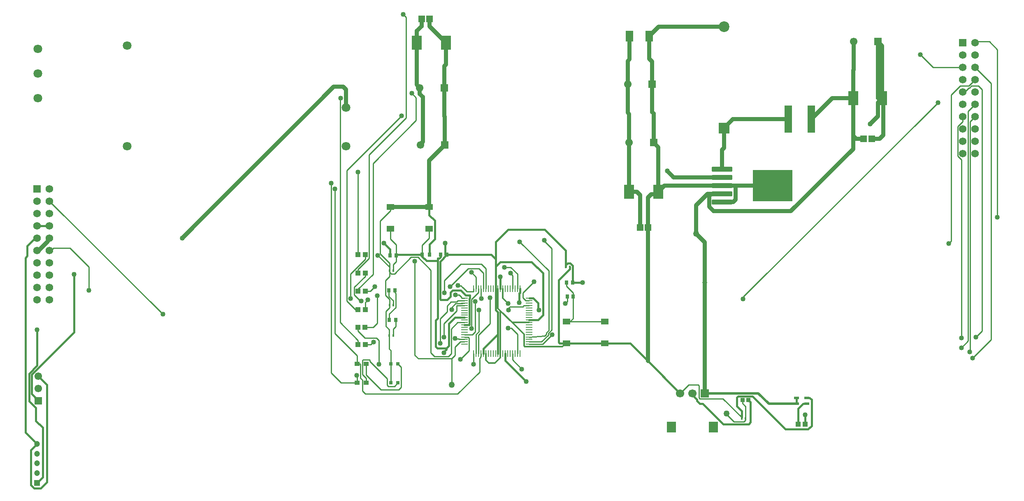
<source format=gtl>
G04*
G04 #@! TF.GenerationSoftware,Altium Limited,Altium Designer,24.8.2 (39)*
G04*
G04 Layer_Physical_Order=1*
G04 Layer_Color=255*
%FSLAX44Y44*%
%MOMM*%
G71*
G04*
G04 #@! TF.SameCoordinates,4885581F-0604-4F09-9491-639391A0AD0E*
G04*
G04*
G04 #@! TF.FilePolarity,Positive*
G04*
G01*
G75*
%ADD10C,0.5080*%
%ADD17R,0.2794X1.3589*%
%ADD18R,1.3589X0.2794*%
%ADD19R,1.0549X1.0062*%
%ADD20R,1.3500X1.4500*%
%ADD21R,0.4000X0.5000*%
%ADD22R,0.7581X0.8121*%
%ADD23R,2.0000X3.0000*%
%ADD24R,1.6000X5.7000*%
G04:AMPARAMS|DCode=25|XSize=6.4mm|YSize=8.2mm|CornerRadius=0.064mm|HoleSize=0mm|Usage=FLASHONLY|Rotation=90.000|XOffset=0mm|YOffset=0mm|HoleType=Round|Shape=RoundedRectangle|*
%AMROUNDEDRECTD25*
21,1,6.4000,8.0720,0,0,90.0*
21,1,6.2720,8.2000,0,0,90.0*
1,1,0.1280,4.0360,3.1360*
1,1,0.1280,4.0360,-3.1360*
1,1,0.1280,-4.0360,-3.1360*
1,1,0.1280,-4.0360,3.1360*
%
%ADD25ROUNDEDRECTD25*%
G04:AMPARAMS|DCode=26|XSize=1mm|YSize=4.15mm|CornerRadius=0.05mm|HoleSize=0mm|Usage=FLASHONLY|Rotation=90.000|XOffset=0mm|YOffset=0mm|HoleType=Round|Shape=RoundedRectangle|*
%AMROUNDEDRECTD26*
21,1,1.0000,4.0500,0,0,90.0*
21,1,0.9000,4.1500,0,0,90.0*
1,1,0.1000,2.0250,0.4500*
1,1,0.1000,2.0250,-0.4500*
1,1,0.1000,-2.0250,-0.4500*
1,1,0.1000,-2.0250,0.4500*
%
%ADD26ROUNDEDRECTD26*%
%ADD27R,1.6002X2.2098*%
%ADD28R,0.7500X0.8500*%
%ADD29R,0.7000X0.8500*%
%ADD30R,0.8000X0.8000*%
%ADD31R,1.0000X0.9000*%
%ADD32R,0.8549X0.9062*%
%ADD33R,1.9000X2.3000*%
%ADD34R,1.0668X0.6096*%
%ADD35R,1.5500X1.3000*%
%ADD36R,0.8000X0.9000*%
%ADD44C,1.8034*%
%ADD45R,1.5700X1.5700*%
%ADD46C,1.5700*%
%ADD47C,1.5500*%
%ADD48R,1.5500X1.5500*%
%ADD49C,1.2000*%
%ADD50R,1.2000X1.2000*%
%ADD51R,1.5500X1.5500*%
%ADD52C,2.2000*%
%ADD53R,2.2000X2.2000*%
%ADD58C,0.8128*%
%ADD59C,0.2540*%
%ADD60C,0.3810*%
%ADD61C,0.3048*%
%ADD62C,0.3302*%
%ADD63R,1.7000X1.7000*%
%ADD64C,1.7000*%
%ADD65C,1.0160*%
%ADD66C,1.2700*%
D10*
X1485500Y1069490D02*
X1596240D01*
X1617630Y1048100D01*
X1674622D01*
D17*
X1010410Y1284668D02*
D03*
X1015410D02*
D03*
X1020410D02*
D03*
X1025410D02*
D03*
X1030410D02*
D03*
X1035410D02*
D03*
X1040410D02*
D03*
X1045410D02*
D03*
X1050410D02*
D03*
X1055410D02*
D03*
X1060410D02*
D03*
X1065410D02*
D03*
X1070410D02*
D03*
X1075410D02*
D03*
X1080410D02*
D03*
X1085410D02*
D03*
X1090410D02*
D03*
X1095410D02*
D03*
X1100410D02*
D03*
X1105410D02*
D03*
Y1151191D02*
D03*
X1100410D02*
D03*
X1095410D02*
D03*
X1090410D02*
D03*
X1085410D02*
D03*
X1080410D02*
D03*
X1075410D02*
D03*
X1070410D02*
D03*
X1065410D02*
D03*
X1060410D02*
D03*
X1055410D02*
D03*
X1050410D02*
D03*
X1045410D02*
D03*
X1040410D02*
D03*
X1035410D02*
D03*
X1030410D02*
D03*
X1025410D02*
D03*
X1020410D02*
D03*
X1015410D02*
D03*
X1010410D02*
D03*
D18*
X1124649Y1265430D02*
D03*
Y1260430D02*
D03*
Y1255430D02*
D03*
Y1250430D02*
D03*
Y1245430D02*
D03*
Y1240430D02*
D03*
Y1235430D02*
D03*
Y1230430D02*
D03*
Y1225430D02*
D03*
Y1220430D02*
D03*
Y1215430D02*
D03*
Y1210430D02*
D03*
Y1205430D02*
D03*
Y1200430D02*
D03*
Y1195430D02*
D03*
Y1190430D02*
D03*
Y1185430D02*
D03*
Y1180430D02*
D03*
Y1175430D02*
D03*
Y1170430D02*
D03*
X991171D02*
D03*
Y1175430D02*
D03*
Y1180430D02*
D03*
Y1185430D02*
D03*
Y1190430D02*
D03*
Y1195430D02*
D03*
Y1200430D02*
D03*
Y1205430D02*
D03*
Y1210430D02*
D03*
Y1215430D02*
D03*
Y1220430D02*
D03*
Y1225430D02*
D03*
Y1230430D02*
D03*
Y1235430D02*
D03*
Y1240430D02*
D03*
Y1245430D02*
D03*
Y1250430D02*
D03*
Y1255430D02*
D03*
Y1260430D02*
D03*
Y1265430D02*
D03*
D19*
X772524Y1242060D02*
D03*
X787036D02*
D03*
X772524Y1169670D02*
D03*
X787037D02*
D03*
X772524Y1355090D02*
D03*
X787037D02*
D03*
X772524Y1316990D02*
D03*
X787036D02*
D03*
X772524Y1280160D02*
D03*
X787037D02*
D03*
X772160Y1205230D02*
D03*
X786673D02*
D03*
X1692546Y1005840D02*
D03*
X1678034D02*
D03*
D20*
X1352550Y1410970D02*
D03*
X1369050D02*
D03*
X902970Y1841500D02*
D03*
X919470D02*
D03*
X1812930Y1593850D02*
D03*
X1829430D02*
D03*
D21*
X844930Y1322070D02*
D03*
X836930D02*
D03*
X844740Y1188720D02*
D03*
X836740D02*
D03*
X844930Y1250950D02*
D03*
X836930D02*
D03*
X1569910Y1017270D02*
D03*
X1561910D02*
D03*
X1199960Y1329690D02*
D03*
X1207960D02*
D03*
D22*
X838280Y1353820D02*
D03*
X850820D02*
D03*
D23*
X893290Y1791970D02*
D03*
X953290D02*
D03*
X1791180Y1677670D02*
D03*
X1851180D02*
D03*
X1330170Y1484630D02*
D03*
X1390170D02*
D03*
D24*
X1704980Y1634490D02*
D03*
X1657980D02*
D03*
D25*
X1625600Y1497330D02*
D03*
D26*
X1521100Y1463330D02*
D03*
Y1480330D02*
D03*
Y1497330D02*
D03*
Y1514330D02*
D03*
Y1531330D02*
D03*
D27*
X1331341Y1805940D02*
D03*
X1371219D02*
D03*
D28*
X836780Y1220470D02*
D03*
X849780D02*
D03*
X1201120Y1297940D02*
D03*
X1214120D02*
D03*
X942340Y1355090D02*
D03*
X955340D02*
D03*
D29*
X835760Y1281430D02*
D03*
X848260D02*
D03*
X1202790Y1268730D02*
D03*
X1215290D02*
D03*
D30*
X854590Y1090930D02*
D03*
X839590D02*
D03*
X854590Y1130300D02*
D03*
X839590D02*
D03*
D31*
X788780Y1090930D02*
D03*
X770780D02*
D03*
X788780Y1130300D02*
D03*
X770780D02*
D03*
D32*
X1575977Y1055370D02*
D03*
X1563463D02*
D03*
D33*
X1504000Y999490D02*
D03*
X1417000D02*
D03*
D34*
X1695958Y1060100D02*
D03*
Y1048100D02*
D03*
X1674622D02*
D03*
Y1060100D02*
D03*
D35*
X1201040Y1217570D02*
D03*
Y1172570D02*
D03*
X1280540Y1217570D02*
D03*
Y1172570D02*
D03*
X839090Y1453790D02*
D03*
Y1408790D02*
D03*
X918590Y1453790D02*
D03*
Y1408790D02*
D03*
D36*
X919360Y1355090D02*
D03*
X904360D02*
D03*
D44*
X297180Y1578610D02*
D03*
Y1786610D02*
D03*
X747180Y1658610D02*
D03*
Y1578610D02*
D03*
X113030Y1779270D02*
D03*
Y1728470D02*
D03*
Y1677670D02*
D03*
D45*
X111760Y1490980D02*
D03*
X2016760Y1791970D02*
D03*
D46*
X111760Y1465580D02*
D03*
Y1440180D02*
D03*
Y1414780D02*
D03*
Y1389380D02*
D03*
Y1363980D02*
D03*
Y1338580D02*
D03*
Y1313180D02*
D03*
Y1287780D02*
D03*
Y1262380D02*
D03*
X137160Y1490980D02*
D03*
Y1465580D02*
D03*
Y1440180D02*
D03*
Y1414780D02*
D03*
Y1389380D02*
D03*
Y1363980D02*
D03*
Y1338580D02*
D03*
Y1313180D02*
D03*
Y1287780D02*
D03*
Y1262380D02*
D03*
X2042160Y1563370D02*
D03*
Y1588770D02*
D03*
Y1614170D02*
D03*
Y1639570D02*
D03*
Y1664970D02*
D03*
Y1690370D02*
D03*
Y1715770D02*
D03*
Y1741170D02*
D03*
Y1766570D02*
D03*
Y1791970D02*
D03*
X2016760Y1563370D02*
D03*
Y1588770D02*
D03*
Y1614170D02*
D03*
Y1639570D02*
D03*
Y1664970D02*
D03*
Y1690370D02*
D03*
Y1715770D02*
D03*
Y1741170D02*
D03*
Y1766570D02*
D03*
D47*
X899560Y1699260D02*
D03*
X114300Y1104900D02*
D03*
Y1079500D02*
D03*
X900830Y1581150D02*
D03*
X1792370Y1794510D02*
D03*
X1330490Y1586230D02*
D03*
X1327550Y1706880D02*
D03*
D48*
X949560Y1699260D02*
D03*
X950830Y1581150D02*
D03*
X1842370Y1794510D02*
D03*
X1380490Y1586230D02*
D03*
X1377550Y1706880D02*
D03*
D49*
X111760Y964880D02*
D03*
Y944880D02*
D03*
Y924880D02*
D03*
Y904880D02*
D03*
D50*
Y884880D02*
D03*
D51*
X114300Y1054100D02*
D03*
D52*
X1525270Y1825550D02*
D03*
D53*
Y1616150D02*
D03*
D58*
X1826260Y1624330D02*
X1842370Y1640440D01*
Y1662452D01*
X1485500Y1069490D02*
Y1380890D01*
X1468120Y1398270D02*
Y1456690D01*
Y1398270D02*
X1485500Y1380890D01*
X1468120Y1456690D02*
X1491760Y1480330D01*
X1521100Y1531330D02*
Y1571498D01*
X1525270Y1575668D01*
Y1616150D01*
X1543610Y1634490D01*
X1657980D01*
X839090Y1453790D02*
X918590D01*
X949560Y1699260D02*
Y1743710D01*
X953290Y1747440D01*
Y1791970D01*
X950830Y1581150D02*
Y1639570D01*
X949560Y1640840D02*
Y1699260D01*
X1377550Y1706880D02*
Y1753108D01*
X1371219Y1759439D02*
X1377550Y1753108D01*
X1371219Y1759439D02*
Y1805940D01*
X1369050Y1410970D02*
Y1473200D01*
X1375400Y1479550D01*
X919470Y1825790D02*
X953290Y1791970D01*
X919470Y1825790D02*
Y1841500D01*
X1521100Y1463330D02*
X1544320D01*
X1549400Y1468410D01*
Y1492250D01*
X1369050Y1135940D02*
Y1410970D01*
X918590Y1548910D02*
X950830Y1581150D01*
X918590Y1453790D02*
Y1548910D01*
X1380490Y1586230D02*
X1390170Y1576550D01*
Y1484630D02*
Y1576550D01*
Y1484630D02*
X1402870Y1497330D01*
X1521100D01*
X1380490Y1586230D02*
Y1646428D01*
X1371219Y1805940D02*
X1390829Y1825550D01*
X1525270D01*
X1842370Y1794510D02*
X1851180Y1785700D01*
Y1677670D02*
Y1785700D01*
X1375400Y1479550D02*
X1390170D01*
X1521100Y1497330D02*
X1544320D01*
X1625600D01*
X1377550Y1649368D02*
X1380490Y1646428D01*
X1377550Y1649368D02*
Y1706880D01*
X1842450Y1668940D02*
X1851180Y1677670D01*
X1842370D02*
Y1794510D01*
X1842450Y1662532D02*
Y1668940D01*
X1829430Y1593850D02*
X1845310D01*
X1852930Y1601470D02*
Y1675920D01*
X1851180Y1677670D02*
X1852930Y1675920D01*
X1845310Y1593850D02*
X1852930Y1601470D01*
X1791180Y1677670D02*
Y1735328D01*
X1792370Y1736518D02*
Y1794510D01*
X1797530Y1593850D02*
X1812930D01*
X1791180Y1600200D02*
X1797530Y1593850D01*
X1791180Y1600200D02*
Y1677670D01*
X1662938Y1445006D02*
X1791180Y1573248D01*
X1503680Y1445006D02*
X1662938D01*
X1494790Y1475486D02*
X1499634Y1480330D01*
X1704980Y1634490D02*
X1748160Y1677670D01*
X1791180D01*
Y1573248D02*
Y1600200D01*
X1494790Y1453896D02*
X1503680Y1445006D01*
X1494790Y1453896D02*
Y1475486D01*
X1491760Y1480330D02*
X1499634D01*
X1327550Y1706880D02*
Y1754378D01*
X1331341Y1758169D01*
Y1805940D01*
X1330490Y1586230D02*
Y1644904D01*
X1327550Y1647844D02*
X1330490Y1644904D01*
X1327550Y1647844D02*
Y1706880D01*
X1330170Y1484630D02*
Y1535176D01*
X1330490Y1535496D02*
Y1586230D01*
X1352550Y1410970D02*
Y1478280D01*
X1346200Y1484630D02*
X1352550Y1478280D01*
X1330170Y1484630D02*
X1346200D01*
X899560Y1686430D02*
Y1699260D01*
X410718Y1389380D02*
X722464Y1701126D01*
X741680D01*
X747180Y1695626D01*
Y1658610D02*
Y1695626D01*
X893290Y1791970D02*
Y1816354D01*
X902970Y1826034D01*
Y1841500D01*
X893290Y1705530D02*
X899560Y1699260D01*
X893290Y1705530D02*
Y1791970D01*
X900830Y1583145D02*
X905510Y1587825D01*
X900830Y1581150D02*
Y1583145D01*
X905510Y1587825D02*
Y1680480D01*
X899560Y1686430D02*
X905510Y1680480D01*
X1421910Y1514330D02*
X1521100D01*
X1408430Y1527810D02*
X1421910Y1514330D01*
X115417Y1363980D02*
X133374Y1381937D01*
Y1383545D02*
X137160Y1387331D01*
X133374Y1381937D02*
Y1383545D01*
X137160Y1387331D02*
Y1389380D01*
X111760Y1363980D02*
X115417D01*
D59*
X870966Y1637284D02*
Y1844294D01*
X864870Y1850390D02*
X870966Y1844294D01*
X795020Y1561338D02*
X870966Y1637284D01*
X1987550Y1377950D02*
X1993138Y1383538D01*
Y1684528D01*
X2011680Y1703070D01*
X2042160Y1791970D02*
X2044700Y1794510D01*
X2071370D01*
X2087880Y1778000D01*
Y1432523D02*
Y1778000D01*
X2042160Y1741170D02*
X2075180Y1708150D01*
X2031038Y1699260D02*
X2034848Y1703070D01*
X2029460Y1699260D02*
X2031038D01*
X2034848Y1703070D02*
X2048510D01*
X2056130Y1695450D01*
X2020570Y1690370D02*
X2029460Y1699260D01*
X2056130Y1656562D02*
Y1695450D01*
Y1635001D02*
Y1656562D01*
Y1609601D02*
Y1635001D01*
Y1584201D02*
Y1609601D01*
Y1558801D02*
Y1584201D01*
Y1197610D02*
Y1558801D01*
X2043430Y1184910D02*
X2056130Y1197610D01*
X2037080Y1141730D02*
X2075180Y1179830D01*
X2075180Y1708150D02*
X2075180Y1179830D01*
X1965960Y1668780D02*
X1966089Y1668909D01*
X1565844Y1268664D02*
X1965960Y1668780D01*
X1564386Y1263396D02*
X1565844Y1264854D01*
Y1268664D01*
X1929130Y1767840D02*
X1955800Y1741170D01*
X2016760D01*
X735584Y1215500D02*
Y1676654D01*
X736600Y1677670D01*
X896366Y1140968D02*
X965200D01*
X922274Y1153160D02*
X929894Y1145540D01*
X889254Y1148080D02*
X896366Y1140968D01*
X929894Y1145540D02*
X958342D01*
X963930Y1151128D01*
X965200Y1140968D02*
X972312Y1148080D01*
X965200Y1087120D02*
Y1140968D01*
X1105154Y1381506D02*
X1164590Y1322070D01*
X2006370Y1558520D02*
Y1619020D01*
Y1558520D02*
X2014220Y1550670D01*
Y1183386D02*
Y1550670D01*
X2006370Y1619020D02*
X2016760Y1629410D01*
X2027960Y1177060D02*
Y1650770D01*
X2031770Y1155470D02*
Y1629180D01*
X2042160Y1639570D01*
X2027960Y1650770D02*
X2042160Y1664970D01*
X1530350Y1025525D02*
Y1027430D01*
Y1025525D02*
X1545590Y1010285D01*
X1566545D01*
X1569910Y1013650D01*
Y1017270D01*
X772524Y1355090D02*
Y1525668D01*
X795020Y1347470D02*
Y1561338D01*
X772524Y1324974D02*
X795020Y1347470D01*
X772524Y1316990D02*
Y1324974D01*
X803148Y1543050D02*
X891794Y1631696D01*
X803148Y1314704D02*
Y1543050D01*
X772524Y1284080D02*
X803148Y1314704D01*
X772524Y1280160D02*
Y1284080D01*
X882650Y1687830D02*
X891794Y1678686D01*
Y1631696D02*
Y1678686D01*
X772524Y1169670D02*
Y1178560D01*
X735584Y1215500D02*
X772524Y1178560D01*
X767080Y1242060D02*
X772524D01*
X749300Y1259840D02*
Y1528826D01*
X862076Y1641602D01*
X749300Y1259840D02*
X767080Y1242060D01*
X815086Y1129284D02*
Y1178560D01*
X810006Y1183640D02*
X815086Y1178560D01*
X786384Y1183640D02*
X810006D01*
X772160Y1197864D02*
X786384Y1183640D01*
X772160Y1197864D02*
Y1205230D01*
X1015410Y1284668D02*
Y1308944D01*
X1005586Y1318768D02*
X1015410Y1308944D01*
X1025410Y1265670D02*
X1026160Y1264920D01*
X1025410Y1265670D02*
Y1284668D01*
X1090410D02*
Y1311692D01*
X1085850Y1316252D02*
Y1316990D01*
Y1316252D02*
X1090410Y1311692D01*
X1100410Y1284668D02*
Y1315079D01*
X1086479Y1329010D02*
X1100410Y1315079D01*
X1073150Y1329010D02*
X1086479D01*
X1117264Y1260430D02*
X1124649D01*
X1111504Y1266190D02*
X1117264Y1260430D01*
X1111504Y1276604D02*
X1134110Y1299210D01*
X1111504Y1266190D02*
Y1276604D01*
X1111468Y1248146D02*
X1113752Y1250430D01*
X1124649D01*
X1085152Y1248146D02*
X1111468D01*
X1082040Y1240790D02*
X1083498Y1242248D01*
Y1246492D02*
X1085152Y1248146D01*
X1083498Y1242248D02*
Y1246492D01*
X140148Y1363980D02*
X145228Y1369060D01*
X179070D01*
X137160Y1363980D02*
X140148D01*
X218440Y1281430D02*
Y1329690D01*
X179070Y1369060D02*
X218440Y1329690D01*
X1156223Y1187265D02*
X1156906Y1187949D01*
X1124649Y1185430D02*
X1155258Y1187209D01*
X1156906Y1187949D02*
X1160123Y1191165D01*
Y1194471D01*
X1164590Y1198937D02*
Y1322070D01*
X1155258Y1187209D02*
X1156223Y1187265D01*
X1160123Y1194471D02*
X1164590Y1198937D01*
X1124649Y1175430D02*
X1149776D01*
X1155954Y1382812D02*
Y1384554D01*
X1163933Y1192892D02*
X1170940Y1199899D01*
X1163933Y1189587D02*
Y1192892D01*
X1149776Y1175430D02*
X1163933Y1189587D01*
X1155954Y1382812D02*
X1170940Y1367826D01*
Y1199899D02*
Y1367826D01*
X1202790Y1258162D02*
Y1268730D01*
X1198880Y1254252D02*
X1202790Y1258162D01*
X1100410Y1151191D02*
Y1190924D01*
X1081214Y1203516D02*
X1087818D01*
X1080770Y1203960D02*
X1081214Y1203516D01*
X1087818D02*
X1100410Y1190924D01*
X717042Y1110996D02*
Y1502410D01*
Y1110996D02*
X737108Y1090930D01*
X770780D01*
Y1105264D01*
X769620Y1106424D02*
X770780Y1105264D01*
X1090410Y1138186D02*
X1109472Y1119124D01*
X1090410Y1138186D02*
Y1151191D01*
X770780Y1130300D02*
X776140D01*
X777410Y1129030D01*
Y1100412D02*
Y1129030D01*
Y1100412D02*
X781050Y1096772D01*
Y1074420D02*
Y1096772D01*
Y1074420D02*
X787400Y1068070D01*
X977138D01*
X724662Y1193038D02*
X770780Y1146920D01*
Y1130300D02*
Y1146920D01*
X724662Y1193038D02*
Y1490980D01*
X1022350Y1113282D02*
Y1141348D01*
X1024347Y1143345D02*
Y1144731D01*
X1025410Y1145794D02*
Y1151191D01*
X977138Y1068070D02*
X1022350Y1113282D01*
Y1141348D02*
X1024347Y1143345D01*
Y1144731D02*
X1025410Y1145794D01*
X137160Y1465580D02*
X370586Y1232154D01*
X1021080Y1196340D02*
Y1241298D01*
X1015410Y1190670D02*
X1021080Y1196340D01*
X1015410Y1151191D02*
Y1190670D01*
X889254Y1148080D02*
Y1341882D01*
X1563463Y1048608D02*
Y1055370D01*
X1569910Y1017270D02*
Y1042162D01*
X1563463Y1048608D02*
X1569910Y1042162D01*
X972312Y1148080D02*
Y1164508D01*
X983234Y1175430D02*
X991171D01*
X972312Y1164508D02*
X983234Y1175430D01*
X998855Y1185303D02*
X1000506Y1183652D01*
X982980Y1139190D02*
X1000506Y1156716D01*
Y1183652D01*
X991299Y1185303D02*
X998855D01*
X991171Y1185430D02*
X991299Y1185303D01*
X2030730Y1154430D02*
X2031770Y1155470D01*
X2016760Y1629410D02*
Y1639570D01*
X975614Y1250430D02*
X991171D01*
X975172Y1239520D02*
X975212Y1240511D01*
X974470Y1238818D02*
X975172Y1239520D01*
X975212Y1240511D02*
X975614Y1250430D01*
X948690Y1184910D02*
Y1213038D01*
X974470Y1238818D01*
X978071Y1260430D02*
X991171D01*
X975691Y1258050D02*
X978071Y1260430D01*
X963905Y1258050D02*
X975691D01*
X955535Y1249680D02*
X963905Y1258050D01*
X955535Y1237894D02*
Y1249680D01*
X941070Y1172210D02*
Y1223429D01*
X955535Y1237894D01*
X2014220Y1163320D02*
X2027960Y1177060D01*
X1124649Y1265430D02*
X1124775Y1265303D01*
X982552Y1254240D02*
X991171Y1255430D01*
X972820Y1254240D02*
X982552D01*
X964946Y1246366D02*
X972820Y1254240D01*
X964946Y1241552D02*
Y1246366D01*
X787037Y1345946D02*
Y1355090D01*
X756920Y1315829D02*
X787037Y1345946D01*
X756920Y1264920D02*
Y1315829D01*
X985266Y1265430D02*
Y1266952D01*
Y1265430D02*
X991171D01*
X979995Y1272223D02*
X985266Y1266952D01*
X972820Y1272540D02*
X973137Y1272223D01*
X979995D01*
X764709Y1272589D02*
X777458Y1259840D01*
X778510D01*
X764709Y1272589D02*
Y1288167D01*
X787036Y1310494D02*
Y1316990D01*
X764709Y1288167D02*
X787036Y1310494D01*
X1010283Y1279398D02*
X1010410Y1279525D01*
Y1284668D01*
X797560Y1280160D02*
X806450Y1289050D01*
X787037Y1280160D02*
X797560D01*
X984413Y1290611D02*
X987244Y1287780D01*
X977900Y1291590D02*
X978879Y1290611D01*
X984413D01*
X988060Y1287780D02*
X996442Y1279398D01*
X987244Y1287780D02*
X988060D01*
X996442Y1279398D02*
X1010283D01*
X1020410Y1277204D02*
Y1284668D01*
X1005840Y1262634D02*
X1020410Y1277204D01*
X1005840Y1202690D02*
Y1262634D01*
X803692Y1174750D02*
X803910D01*
X798612Y1169670D02*
X803692Y1174750D01*
X787037Y1169670D02*
X798612D01*
X787036Y1242060D02*
Y1256538D01*
X792370Y1261872D01*
X1020826Y1326388D02*
X1030410Y1316804D01*
Y1284668D02*
Y1316804D01*
X961390Y1289050D02*
X998728Y1326388D01*
X1020826D01*
X786673Y1205230D02*
X803402D01*
X812292Y1214120D01*
Y1270762D01*
X983742Y1335786D02*
X1026160D01*
X1035410Y1326536D01*
Y1284668D02*
Y1326536D01*
X949960Y1302004D02*
X983742Y1335786D01*
X949960Y1276350D02*
Y1302004D01*
X1209040Y1217570D02*
X1280540D01*
X1215290Y1223820D02*
Y1268730D01*
X1209040Y1217570D02*
X1215290Y1223820D01*
X1201040Y1217570D02*
X1209040D01*
X1215290Y1268730D02*
Y1276150D01*
X1201120Y1290320D02*
X1215290Y1276150D01*
X1201120Y1290320D02*
Y1297940D01*
X854590Y1130300D02*
X861314Y1123576D01*
Y1082040D02*
Y1123576D01*
X856234Y1076960D02*
X861314Y1082040D01*
X819260Y1076960D02*
X856234D01*
X788780Y1107440D02*
X819260Y1076960D01*
X788780Y1107440D02*
Y1130300D01*
Y1090930D02*
Y1100328D01*
X781220Y1107888D02*
X788780Y1100328D01*
X781220Y1107888D02*
Y1137074D01*
X782320Y1138174D01*
X796036D01*
X796290Y1137920D01*
Y1135380D02*
Y1137920D01*
Y1135380D02*
X832358Y1099312D01*
Y1085596D02*
Y1099312D01*
Y1085596D02*
X834390Y1083564D01*
X847224D01*
X854590Y1090930D01*
X844930Y1250950D02*
Y1260068D01*
X835760Y1269238D02*
X844930Y1260068D01*
X835760Y1269238D02*
Y1281430D01*
X844930Y1322070D02*
Y1334770D01*
X850820Y1340660D01*
Y1353820D01*
Y1375410D01*
X839090Y1387140D02*
X850820Y1375410D01*
X839090Y1387140D02*
Y1408790D01*
X904360Y1355090D02*
Y1374648D01*
X918590Y1388878D01*
Y1408790D01*
X904360Y1351347D02*
Y1355090D01*
X900684D02*
X904360D01*
X839590Y1090930D02*
Y1130300D01*
Y1157986D01*
X836740Y1160836D02*
X839590Y1157986D01*
X836740Y1160836D02*
Y1188720D01*
X949560Y1640840D02*
X950830Y1639570D01*
X1390170Y1479550D02*
Y1484630D01*
X1435500Y1069490D02*
X1453130Y1087120D01*
X1471926D01*
X1474216Y1084830D01*
Y1059942D02*
Y1084830D01*
Y1059942D02*
X1475740Y1058418D01*
X1523048D01*
X1561910Y1019556D01*
Y1017270D02*
Y1019556D01*
X812800Y1353566D02*
X836930Y1329436D01*
X1695958Y1060100D02*
X1701800D01*
X817880Y1356868D02*
X836930Y1337818D01*
X817880Y1356868D02*
Y1424812D01*
X839090Y1446022D01*
Y1453790D01*
X836740Y1188720D02*
Y1200658D01*
X829310Y1208088D02*
X836740Y1200658D01*
X829310Y1208088D02*
Y1238758D01*
X836930Y1246378D01*
Y1250950D01*
X977178Y1215430D02*
X991171D01*
X847598Y1315720D02*
X881634Y1349756D01*
X840486Y1315720D02*
X847598D01*
X836930Y1319276D02*
X840486Y1315720D01*
X836930Y1250950D02*
Y1262634D01*
X828548Y1271016D02*
X836930Y1262634D01*
X828548Y1271016D02*
Y1301750D01*
X836930Y1310132D01*
Y1322070D02*
Y1329436D01*
Y1337818D01*
Y1310132D02*
Y1319276D01*
Y1322070D01*
X1842370Y1662452D02*
X1842450Y1662532D01*
X963930Y1151128D02*
Y1202182D01*
X977178Y1215430D01*
X1199790Y1172570D02*
X1201040D01*
X895604Y1349756D02*
X922274Y1323086D01*
X881634Y1349756D02*
X895604D01*
X922274Y1153160D02*
Y1323086D01*
X980632Y1180430D02*
X991171D01*
X979502Y1181560D02*
X980632Y1180430D01*
X971550Y1182370D02*
X972360Y1181560D01*
X979502D01*
X1124649Y1170430D02*
X1152247D01*
X1171553Y1189736D01*
X2011680Y1703070D02*
X2029460D01*
X2042160Y1715770D01*
X836780Y1220470D02*
Y1233020D01*
X849630Y1245870D01*
Y1275334D01*
X848260Y1276704D02*
X849630Y1275334D01*
X848260Y1276704D02*
Y1281430D01*
X844740Y1188720D02*
Y1201928D01*
X849780Y1206968D01*
Y1220470D01*
X1020410Y1151191D02*
Y1189125D01*
X1043940Y1212655D02*
Y1266190D01*
X1020410Y1189125D02*
X1043940Y1212655D01*
X1009650Y1129030D02*
X1010410Y1129790D01*
Y1151191D01*
X991171Y1190430D02*
X1007612D01*
X1013460Y1196278D01*
Y1258570D01*
X1330170Y1535176D02*
X1330490Y1535496D01*
D60*
X948690Y1153160D02*
Y1154878D01*
X953779Y1159967D02*
Y1162313D01*
X948690Y1154878D02*
X953779Y1159967D01*
X1481924Y1048066D02*
X1524150Y1005840D01*
X1475518Y1048066D02*
X1481924D01*
X1469797Y1053787D02*
X1475518Y1048066D01*
X1469797Y1053787D02*
Y1056233D01*
X1464762Y1061268D02*
X1469797Y1056233D01*
X1464762Y1061268D02*
Y1061659D01*
X1460500Y1065921D02*
X1464762Y1061659D01*
X1460500Y1065921D02*
Y1069490D01*
X1524150Y1005840D02*
X1576070D01*
X1579880Y1009650D01*
Y1051210D01*
X1678034Y1005840D02*
Y1037954D01*
X1688180Y1048100D01*
X1695958D01*
X1705610Y1002538D02*
Y1056290D01*
X1698752Y995680D02*
X1705610Y1002538D01*
X1701800Y1060100D02*
X1705610Y1056290D01*
X1651762Y995680D02*
X1698752D01*
X1584452Y1062990D02*
X1651762Y995680D01*
X1065410Y1284668D02*
Y1309878D01*
X100330Y1068070D02*
Y1107694D01*
Y1068070D02*
X114300Y1054100D01*
X100330Y1107694D02*
X187960Y1195324D01*
Y1314450D01*
X1692546Y1005840D02*
Y1025254D01*
X1075410Y1136930D02*
X1118362Y1093978D01*
X1075410Y1136930D02*
Y1151191D01*
X1124775Y1265303D02*
X1132967D01*
X1143000Y1255270D01*
X1143055Y1242005D02*
X1144270Y1240790D01*
X1143055Y1242005D02*
Y1246142D01*
X1143000Y1246197D02*
X1143055Y1246142D01*
X1143000Y1246197D02*
Y1255270D01*
X1103884Y1255776D02*
Y1275334D01*
X1105410Y1276860D01*
Y1284668D01*
X1575977Y1055114D02*
X1579880Y1051210D01*
X1575977Y1055114D02*
Y1055370D01*
X942340Y1350003D02*
Y1355090D01*
X939800Y1347463D02*
X942340Y1350003D01*
X971684Y1225430D02*
X991171D01*
X958850Y1167384D02*
Y1212596D01*
X971684Y1225430D01*
X953779Y1162313D02*
X958850Y1167384D01*
X932180Y1219962D02*
X935990Y1223772D01*
Y1347463D02*
X939800D01*
X932180Y1165860D02*
X935727Y1162313D01*
X953779D01*
X932180Y1165860D02*
Y1219962D01*
X935990Y1342390D02*
Y1347463D01*
Y1223772D02*
Y1342390D01*
X913317D02*
X935990D01*
X904360Y1351347D02*
X913317Y1342390D01*
X850820Y1353820D02*
X852090Y1355090D01*
X900684D01*
X918590Y1436878D02*
Y1453790D01*
Y1436878D02*
X930148Y1425320D01*
Y1387094D02*
Y1425320D01*
X919360Y1376306D02*
X930148Y1387094D01*
X919360Y1355090D02*
Y1376306D01*
X1201040Y1172570D02*
X1280540D01*
X105664Y873760D02*
X119634D01*
X1544320Y1497330D02*
X1549400Y1492250D01*
X1369050Y1135940D02*
X1435500Y1069490D01*
X1207960Y1325562D02*
Y1329690D01*
X1280540Y1172570D02*
X1332419D01*
X1561910Y1019556D02*
Y1032954D01*
X1332419Y1172570D02*
X1369050Y1135940D01*
X1581652Y1062990D02*
X1584452D01*
X1581566Y1063076D02*
X1581652Y1062990D01*
X1551940Y1042924D02*
X1561910Y1032954D01*
X1551940Y1042924D02*
Y1060844D01*
X1554172Y1063076D02*
X1581566D01*
X1551940Y1060844D02*
X1554172Y1063076D01*
X1187142Y1172570D02*
X1201040D01*
X1184910Y1302512D02*
X1207960Y1325562D01*
X1184910Y1174802D02*
Y1302512D01*
Y1174802D02*
X1187142Y1172570D01*
X132080Y886206D02*
Y1087120D01*
X119634Y873760D02*
X132080Y886206D01*
X114300Y1104900D02*
X132080Y1087120D01*
X99060Y880364D02*
X105664Y873760D01*
X99060Y880364D02*
Y952180D01*
X111760Y964880D01*
X87630Y989010D02*
X111760Y964880D01*
X87630Y989010D02*
Y1348740D01*
X104666Y1385503D02*
X106680Y1387517D01*
X104073Y1385503D02*
X104666D01*
X106680Y1387517D02*
Y1388110D01*
X91440Y1372870D02*
X104073Y1385503D01*
X91440Y1352550D02*
Y1372870D01*
X87630Y1348740D02*
X91440Y1352550D01*
X1674622Y1048100D02*
Y1060100D01*
X1791180Y1735328D02*
X1792370Y1736518D01*
X1046520Y1355090D02*
X1055410Y1346200D01*
X955340Y1355090D02*
X1046520D01*
X1214120Y1297940D02*
Y1332738D01*
X1209040Y1337818D02*
X1214120Y1332738D01*
X1203960Y1337818D02*
X1209040D01*
X1199960Y1333818D02*
X1203960Y1337818D01*
X1199960Y1329690D02*
Y1333818D01*
X1499634Y1480330D02*
X1521100D01*
X1055410Y1241044D02*
Y1284668D01*
X1214120Y1297940D02*
X1234694D01*
X838280Y1353820D02*
Y1366186D01*
X825500Y1378966D02*
X838280Y1366186D01*
X951230Y1355090D02*
X955340D01*
X1055410Y1284668D02*
Y1331000D01*
X1064768Y1340358D01*
X1124649Y1220430D02*
X1143214D01*
X1156208Y1407160D02*
X1199960Y1363408D01*
X1080770Y1407160D02*
X1156208D01*
X1055410Y1381800D02*
X1080770Y1407160D01*
X951230Y1355090D02*
Y1378966D01*
X1055410Y1331000D02*
Y1346200D01*
Y1381800D01*
X1199960Y1333818D02*
Y1363408D01*
X962660Y1277004D02*
X967086Y1281430D01*
X962660Y1269081D02*
Y1277004D01*
X983488Y1281430D02*
X993902Y1271016D01*
X967086Y1281430D02*
X983488D01*
X111760Y884880D02*
X123190Y896310D01*
Y998474D01*
X109220Y1012444D02*
X123190Y998474D01*
X95250Y1053160D02*
Y1109798D01*
Y1053160D02*
X109220Y1039190D01*
Y1012444D02*
Y1039190D01*
X111760Y1414780D02*
X137160D01*
X111760Y1126308D02*
Y1200150D01*
X95250Y1109798D02*
X111760Y1126308D01*
X993902Y1271016D02*
X1002030D01*
Y1265110D02*
Y1271016D01*
X1001395Y1264475D02*
X1002030Y1265110D01*
X1001395Y1210430D02*
Y1264475D01*
X991171Y1210430D02*
X1001395D01*
X941070Y1340820D02*
X955340Y1355090D01*
X942558Y1262380D02*
X955959D01*
X962660Y1269081D01*
X941070Y1263868D02*
Y1340820D01*
Y1263868D02*
X942558Y1262380D01*
X1064768Y1340358D02*
X1129792D01*
X1143214Y1220430D02*
X1153160Y1230376D01*
X1129792Y1340358D02*
X1153160Y1316990D01*
Y1230376D02*
Y1316990D01*
X1059982Y1151619D02*
X1060410Y1151191D01*
X1055410Y1241044D02*
X1059982Y1236472D01*
X1030410Y1151191D02*
Y1161688D01*
X1059982Y1151619D02*
Y1191260D01*
X1030410Y1161688D02*
X1059982Y1191260D01*
Y1236472D01*
D61*
X1070410Y1265120D02*
X1080770Y1254760D01*
X1070410Y1265120D02*
Y1284668D01*
D62*
X1065410Y1143000D02*
Y1151191D01*
X1089326Y1215430D02*
X1124649D01*
X1065410Y1239346D02*
X1089326Y1215430D01*
X1065410Y1151191D02*
Y1239346D01*
X1193080Y1165860D02*
X1199790Y1172570D01*
X1060410Y1244346D02*
X1065410Y1239346D01*
X1060410Y1258610D02*
Y1284668D01*
Y1244346D02*
Y1258610D01*
X1089326Y1215430D02*
X1113790Y1190966D01*
Y1167348D02*
X1115278Y1165860D01*
X1113790Y1167348D02*
Y1190966D01*
X1115278Y1165860D02*
X1193080D01*
X1053980Y1131570D02*
X1065410Y1143000D01*
X1035410Y1137560D02*
X1041400Y1131570D01*
X1053980D01*
X1035410Y1137560D02*
Y1151191D01*
D63*
X1485500Y1069490D02*
D03*
D64*
X1435500D02*
D03*
X1460500D02*
D03*
D65*
X1826260Y1624330D02*
D03*
X864870Y1850390D02*
D03*
X1987550Y1377950D02*
D03*
X2087880Y1432523D02*
D03*
X2037080Y1141730D02*
D03*
X2043430Y1184910D02*
D03*
X1965960Y1668780D02*
D03*
X1929130Y1767840D02*
D03*
X736600Y1677670D02*
D03*
X948690Y1153160D02*
D03*
X1105154Y1381506D02*
D03*
X1080770Y1254760D02*
D03*
X1065410Y1309878D02*
D03*
X187960Y1314450D02*
D03*
X772524Y1525668D02*
D03*
X882650Y1687830D02*
D03*
X862076Y1641602D02*
D03*
X815086Y1129284D02*
D03*
X1005586Y1318768D02*
D03*
X1026160Y1264920D02*
D03*
X1085850Y1316990D02*
D03*
X1073150Y1329010D02*
D03*
X1134110Y1299210D02*
D03*
X1082040Y1240790D02*
D03*
X218440Y1281430D02*
D03*
X1155954Y1384554D02*
D03*
X1198880Y1254252D02*
D03*
X1080770Y1203960D02*
D03*
X717042Y1502410D02*
D03*
X769620Y1106424D02*
D03*
X1109472Y1119124D02*
D03*
X724662Y1490980D02*
D03*
X370586Y1232154D02*
D03*
X1021080Y1241298D02*
D03*
X889254Y1341882D02*
D03*
X982980Y1139190D02*
D03*
X2030730Y1154430D02*
D03*
X2014220Y1183386D02*
D03*
X948690Y1184910D02*
D03*
X941070Y1172210D02*
D03*
X2014220Y1163320D02*
D03*
X1692546Y1025254D02*
D03*
X1118362Y1093978D02*
D03*
X1144270Y1240790D02*
D03*
X1103884Y1255776D02*
D03*
X964946Y1241552D02*
D03*
X756920Y1264920D02*
D03*
X972820Y1272540D02*
D03*
X778510Y1259840D02*
D03*
X977900Y1291590D02*
D03*
X806450Y1289050D02*
D03*
X1005840Y1202690D02*
D03*
X803910Y1174750D02*
D03*
X792370Y1261872D02*
D03*
X961390Y1289050D02*
D03*
X812292Y1270762D02*
D03*
X949960Y1276350D02*
D03*
X812800Y1353566D02*
D03*
X1485500Y1297940D02*
D03*
X1234694D02*
D03*
X825500Y1378966D02*
D03*
X951230D02*
D03*
X111760Y1200150D02*
D03*
X971550Y1182370D02*
D03*
X1171553Y1189736D02*
D03*
X1043940Y1266190D02*
D03*
X1009650Y1129030D02*
D03*
X1013460Y1258570D02*
D03*
X1564386Y1263396D02*
D03*
X410718Y1389380D02*
D03*
X1408430Y1527810D02*
D03*
D66*
X1468120Y1398270D02*
D03*
X1530350Y1027430D02*
D03*
X965200Y1087120D02*
D03*
M02*

</source>
